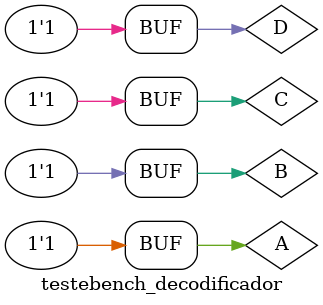
<source format=v>
module testebench_decodificador();

	reg A, B, C, D;
	wire a,b,c,d,e,f,g;
	
	decodificador_fd dut (A, B, C, D, a,b,c,d,e,f,g);
	
	initial
		begin
			repeat(5)
				begin
					A = 0; B = 0; C = 0; D = 0; #50
					A = 0; B = 0; C = 0; D = 1; #50
					A = 0; B = 0; C = 1; D = 0; #50
					A = 0; B = 0; C = 1; D = 1; #50
					A = 0; B = 1; C = 0; D = 0; #50
					A = 0; B = 1; C = 0; D = 1; #50
					A = 0; B = 1; C = 1; D = 0; #50
					A = 0; B = 1; C = 1; D = 1; #50
					
					A = 1; B = 0; C = 0; D = 0; #50
					A = 1; B = 0; C = 0; D = 1; #50
					A = 1; B = 0; C = 1; D = 0; #50
					A = 1; B = 0; C = 1; D = 1; #50
					A = 1; B = 1; C = 0; D = 0; #50
					A = 1; B = 1; C = 0; D = 1; #50
					A = 1; B = 1; C = 1; D = 0; #50
					A = 1; B = 1; C = 1; D = 1; #50;
				end
			end
endmodule


					
</source>
